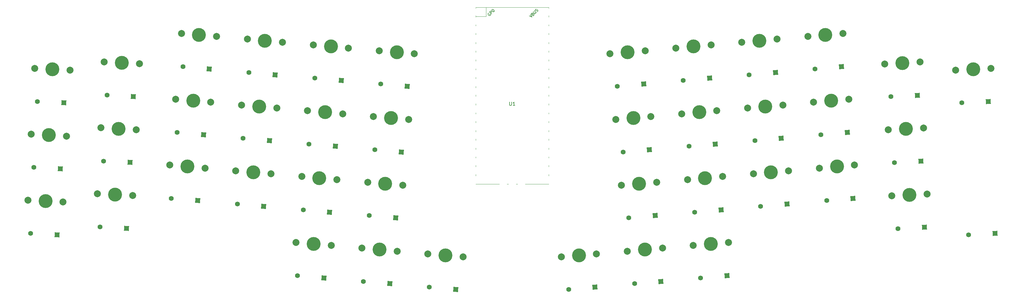
<source format=gbr>
G04 #@! TF.GenerationSoftware,KiCad,Pcbnew,8.0.3*
G04 #@! TF.CreationDate,2024-08-04T13:44:25+09:00*
G04 #@! TF.ProjectId,first_keyboard,66697273-745f-46b6-9579-626f6172642e,rev?*
G04 #@! TF.SameCoordinates,Original*
G04 #@! TF.FileFunction,Legend,Top*
G04 #@! TF.FilePolarity,Positive*
%FSLAX46Y46*%
G04 Gerber Fmt 4.6, Leading zero omitted, Abs format (unit mm)*
G04 Created by KiCad (PCBNEW 8.0.3) date 2024-08-04 13:44:25*
%MOMM*%
%LPD*%
G01*
G04 APERTURE LIST*
G04 Aperture macros list*
%AMRotRect*
0 Rectangle, with rotation*
0 The origin of the aperture is its center*
0 $1 length*
0 $2 width*
0 $3 Rotation angle, in degrees counterclockwise*
0 Add horizontal line*
21,1,$1,$2,0,0,$3*%
G04 Aperture macros list end*
%ADD10C,0.150000*%
%ADD11C,0.120000*%
%ADD12RotRect,1.397000X1.397000X185.000000*%
%ADD13C,1.397000*%
%ADD14RotRect,1.397000X1.397000X183.000000*%
%ADD15RotRect,1.397000X1.397000X177.000000*%
%ADD16RotRect,1.397000X1.397000X175.000000*%
%ADD17C,2.000000*%
%ADD18C,4.000000*%
G04 APERTURE END LIST*
D10*
X213550595Y-144711069D02*
X213550595Y-145520592D01*
X213550595Y-145520592D02*
X213598214Y-145615830D01*
X213598214Y-145615830D02*
X213645833Y-145663450D01*
X213645833Y-145663450D02*
X213741071Y-145711069D01*
X213741071Y-145711069D02*
X213931547Y-145711069D01*
X213931547Y-145711069D02*
X214026785Y-145663450D01*
X214026785Y-145663450D02*
X214074404Y-145615830D01*
X214074404Y-145615830D02*
X214122023Y-145520592D01*
X214122023Y-145520592D02*
X214122023Y-144711069D01*
X215122023Y-145711069D02*
X214550595Y-145711069D01*
X214836309Y-145711069D02*
X214836309Y-144711069D01*
X214836309Y-144711069D02*
X214741071Y-144853926D01*
X214741071Y-144853926D02*
X214645833Y-144949164D01*
X214645833Y-144949164D02*
X214550595Y-144996783D01*
X219213507Y-119826335D02*
X219967754Y-120203459D01*
X219967754Y-120203459D02*
X219590630Y-119449212D01*
X220237128Y-119341462D02*
X220344877Y-119287588D01*
X220344877Y-119287588D02*
X220398752Y-119287588D01*
X220398752Y-119287588D02*
X220479564Y-119314525D01*
X220479564Y-119314525D02*
X220560377Y-119395337D01*
X220560377Y-119395337D02*
X220587314Y-119476149D01*
X220587314Y-119476149D02*
X220587314Y-119530024D01*
X220587314Y-119530024D02*
X220560377Y-119610836D01*
X220560377Y-119610836D02*
X220344877Y-119826336D01*
X220344877Y-119826336D02*
X219779192Y-119260650D01*
X219779192Y-119260650D02*
X219967754Y-119072088D01*
X219967754Y-119072088D02*
X220048566Y-119045151D01*
X220048566Y-119045151D02*
X220102441Y-119045151D01*
X220102441Y-119045151D02*
X220183253Y-119072088D01*
X220183253Y-119072088D02*
X220237128Y-119125963D01*
X220237128Y-119125963D02*
X220264065Y-119206775D01*
X220264065Y-119206775D02*
X220264065Y-119260650D01*
X220264065Y-119260650D02*
X220237128Y-119341462D01*
X220237128Y-119341462D02*
X220048566Y-119530024D01*
X220344877Y-118694965D02*
X220802813Y-119152901D01*
X220802813Y-119152901D02*
X220883625Y-119179838D01*
X220883625Y-119179838D02*
X220937500Y-119179838D01*
X220937500Y-119179838D02*
X221018312Y-119152901D01*
X221018312Y-119152901D02*
X221126062Y-119045151D01*
X221126062Y-119045151D02*
X221152999Y-118964339D01*
X221152999Y-118964339D02*
X221152999Y-118910464D01*
X221152999Y-118910464D02*
X221126062Y-118829652D01*
X221126062Y-118829652D02*
X220668126Y-118371716D01*
X221449311Y-118668027D02*
X221557060Y-118614153D01*
X221557060Y-118614153D02*
X221691747Y-118479466D01*
X221691747Y-118479466D02*
X221718685Y-118398653D01*
X221718685Y-118398653D02*
X221718685Y-118344779D01*
X221718685Y-118344779D02*
X221691747Y-118263966D01*
X221691747Y-118263966D02*
X221637872Y-118210092D01*
X221637872Y-118210092D02*
X221557060Y-118183154D01*
X221557060Y-118183154D02*
X221503185Y-118183154D01*
X221503185Y-118183154D02*
X221422373Y-118210092D01*
X221422373Y-118210092D02*
X221287686Y-118290904D01*
X221287686Y-118290904D02*
X221206874Y-118317841D01*
X221206874Y-118317841D02*
X221152999Y-118317841D01*
X221152999Y-118317841D02*
X221072187Y-118290904D01*
X221072187Y-118290904D02*
X221018312Y-118237029D01*
X221018312Y-118237029D02*
X220991375Y-118156217D01*
X220991375Y-118156217D02*
X220991375Y-118102342D01*
X220991375Y-118102342D02*
X221018312Y-118021530D01*
X221018312Y-118021530D02*
X221152999Y-117886843D01*
X221152999Y-117886843D02*
X221260749Y-117832968D01*
X207583473Y-119060244D02*
X207502661Y-119087181D01*
X207502661Y-119087181D02*
X207421849Y-119167993D01*
X207421849Y-119167993D02*
X207367974Y-119275743D01*
X207367974Y-119275743D02*
X207367974Y-119383492D01*
X207367974Y-119383492D02*
X207394911Y-119464305D01*
X207394911Y-119464305D02*
X207475724Y-119598992D01*
X207475724Y-119598992D02*
X207556536Y-119679804D01*
X207556536Y-119679804D02*
X207691223Y-119760616D01*
X207691223Y-119760616D02*
X207772035Y-119787553D01*
X207772035Y-119787553D02*
X207879785Y-119787553D01*
X207879785Y-119787553D02*
X207987534Y-119733679D01*
X207987534Y-119733679D02*
X208041409Y-119679804D01*
X208041409Y-119679804D02*
X208095284Y-119572054D01*
X208095284Y-119572054D02*
X208095284Y-119518179D01*
X208095284Y-119518179D02*
X207906722Y-119329618D01*
X207906722Y-119329618D02*
X207798972Y-119437367D01*
X208391595Y-119329618D02*
X207825910Y-118763932D01*
X207825910Y-118763932D02*
X208041409Y-118548433D01*
X208041409Y-118548433D02*
X208122221Y-118521496D01*
X208122221Y-118521496D02*
X208176096Y-118521496D01*
X208176096Y-118521496D02*
X208256908Y-118548433D01*
X208256908Y-118548433D02*
X208337720Y-118629245D01*
X208337720Y-118629245D02*
X208364658Y-118710057D01*
X208364658Y-118710057D02*
X208364658Y-118763932D01*
X208364658Y-118763932D02*
X208337720Y-118844744D01*
X208337720Y-118844744D02*
X208122221Y-119060244D01*
X208499345Y-118090497D02*
X208553220Y-118036622D01*
X208553220Y-118036622D02*
X208634032Y-118009685D01*
X208634032Y-118009685D02*
X208687907Y-118009685D01*
X208687907Y-118009685D02*
X208768719Y-118036622D01*
X208768719Y-118036622D02*
X208903406Y-118117435D01*
X208903406Y-118117435D02*
X209038093Y-118252122D01*
X209038093Y-118252122D02*
X209118905Y-118386809D01*
X209118905Y-118386809D02*
X209145842Y-118467621D01*
X209145842Y-118467621D02*
X209145842Y-118521496D01*
X209145842Y-118521496D02*
X209118905Y-118602308D01*
X209118905Y-118602308D02*
X209065030Y-118656183D01*
X209065030Y-118656183D02*
X208984218Y-118683120D01*
X208984218Y-118683120D02*
X208930343Y-118683120D01*
X208930343Y-118683120D02*
X208849531Y-118656183D01*
X208849531Y-118656183D02*
X208714844Y-118575370D01*
X208714844Y-118575370D02*
X208580157Y-118440683D01*
X208580157Y-118440683D02*
X208499345Y-118305996D01*
X208499345Y-118305996D02*
X208472407Y-118225184D01*
X208472407Y-118225184D02*
X208472407Y-118171309D01*
X208472407Y-118171309D02*
X208499345Y-118090497D01*
D11*
X203812500Y-117375000D02*
X203812500Y-117675000D01*
X203812500Y-117375000D02*
X224812500Y-117375000D01*
X203812500Y-119775000D02*
X203812500Y-120175000D01*
X203812500Y-120042000D02*
X206819500Y-120042000D01*
X203812500Y-122375000D02*
X203812500Y-122775000D01*
X203812500Y-124875000D02*
X203812500Y-125275000D01*
X203812500Y-127475000D02*
X203812500Y-127875000D01*
X203812500Y-129975000D02*
X203812500Y-130375000D01*
X203812500Y-132475000D02*
X203812500Y-132875000D01*
X203812500Y-135075000D02*
X203812500Y-135475000D01*
X203812500Y-137575000D02*
X203812500Y-137975000D01*
X203812500Y-140175000D02*
X203812500Y-140575000D01*
X203812500Y-142675000D02*
X203812500Y-143075000D01*
X203812500Y-145175000D02*
X203812500Y-145575000D01*
X203812500Y-147775000D02*
X203812500Y-148175000D01*
X203812500Y-150275000D02*
X203812500Y-150675000D01*
X203812500Y-152875000D02*
X203812500Y-153275000D01*
X203812500Y-155375000D02*
X203812500Y-155775000D01*
X203812500Y-157975000D02*
X203812500Y-158375000D01*
X203812500Y-160475000D02*
X203812500Y-160875000D01*
X203812500Y-162975000D02*
X203812500Y-163375000D01*
X203812500Y-165575000D02*
X203812500Y-165975000D01*
X206819500Y-120042000D02*
X206819500Y-117375000D01*
X210612500Y-168375000D02*
X203812500Y-168375000D01*
X212812500Y-168375000D02*
X213212500Y-168375000D01*
X215412500Y-168375000D02*
X215812500Y-168375000D01*
X224812500Y-117375000D02*
X224812500Y-117675000D01*
X224812500Y-119775000D02*
X224812500Y-120175000D01*
X224812500Y-122375000D02*
X224812500Y-122775000D01*
X224812500Y-124875000D02*
X224812500Y-125275000D01*
X224812500Y-127475000D02*
X224812500Y-127875000D01*
X224812500Y-129975000D02*
X224812500Y-130375000D01*
X224812500Y-132475000D02*
X224812500Y-132875000D01*
X224812500Y-135075000D02*
X224812500Y-135475000D01*
X224812500Y-137575000D02*
X224812500Y-137975000D01*
X224812500Y-140175000D02*
X224812500Y-140575000D01*
X224812500Y-142675000D02*
X224812500Y-143075000D01*
X224812500Y-145175000D02*
X224812500Y-145575000D01*
X224812500Y-147775000D02*
X224812500Y-148175000D01*
X224812500Y-150275000D02*
X224812500Y-150675000D01*
X224812500Y-152875000D02*
X224812500Y-153275000D01*
X224812500Y-155375000D02*
X224812500Y-155775000D01*
X224812500Y-157975000D02*
X224812500Y-158375000D01*
X224812500Y-160475000D02*
X224812500Y-160875000D01*
X224812500Y-162975000D02*
X224812500Y-163375000D01*
X224812500Y-165575000D02*
X224812500Y-165975000D01*
X224812500Y-168375000D02*
X218012500Y-168375000D01*
D12*
X255456745Y-177472751D03*
D13*
X247865741Y-178136881D03*
D14*
X351303278Y-144569738D03*
D13*
X343693722Y-144968542D03*
D12*
X271113621Y-137857416D03*
D13*
X263522617Y-138521546D03*
D15*
X103318780Y-181161302D03*
D13*
X95709224Y-180762498D03*
D12*
X312389272Y-172491800D03*
D13*
X304798268Y-173155930D03*
D16*
X160121436Y-195454073D03*
D13*
X152530432Y-194789943D03*
D17*
X138098864Y-126597656D03*
D18*
X143159533Y-127040407D03*
D17*
X148220202Y-127483158D03*
X119121355Y-124937340D03*
D18*
X124182024Y-125380091D03*
D17*
X129242693Y-125822842D03*
D12*
X291751447Y-155174608D03*
D13*
X284160443Y-155838738D03*
D17*
X228453222Y-189396636D03*
D18*
X233513891Y-188953885D03*
D17*
X238574560Y-188511134D03*
D12*
X274434254Y-175812434D03*
D13*
X266843250Y-176476564D03*
D15*
X85306277Y-144968541D03*
D13*
X77696721Y-144569737D03*
D16*
X123826735Y-173155930D03*
D13*
X116235731Y-172491800D03*
D17*
X245770414Y-168758810D03*
D18*
X250831083Y-168316059D03*
D17*
X255891752Y-167873308D03*
D16*
X180759262Y-178136881D03*
D13*
X173168258Y-177472751D03*
D14*
X330921779Y-142777540D03*
D13*
X323312223Y-143176344D03*
D12*
X252136112Y-139517733D03*
D13*
X244545108Y-140181863D03*
D17*
X341926961Y-135523060D03*
D18*
X347000000Y-135257193D03*
D17*
X352073039Y-134991326D03*
D14*
X331918779Y-161801432D03*
D13*
X324309223Y-162200236D03*
D16*
X184079895Y-140181863D03*
D13*
X176488891Y-139517733D03*
D17*
X75929960Y-154015220D03*
D18*
X81002999Y-154281088D03*
D17*
X86076038Y-154546956D03*
D15*
X84309277Y-163992433D03*
D13*
X76699721Y-163593629D03*
D17*
X155416056Y-147235483D03*
D18*
X160476725Y-147678234D03*
D17*
X165537394Y-148120985D03*
D16*
X144464560Y-155838738D03*
D13*
X136873556Y-155174608D03*
D15*
X105312780Y-143113516D03*
D13*
X97703224Y-142714712D03*
D17*
X95936464Y-152160194D03*
D18*
X101009502Y-152426061D03*
D17*
X106082540Y-152691928D03*
X247430732Y-187736320D03*
D18*
X252491401Y-187293569D03*
D17*
X257552070Y-186850818D03*
D16*
X142804244Y-174816247D03*
D13*
X135213240Y-174152117D03*
D12*
X293411763Y-174152117D03*
D13*
X285820759Y-174816247D03*
D17*
X323539462Y-171778646D03*
D18*
X328612500Y-171512779D03*
D17*
X333685538Y-171246912D03*
X261427289Y-129143477D03*
D18*
X266487958Y-128700726D03*
D17*
X271548627Y-128257975D03*
X280404799Y-127483159D03*
D18*
X285465468Y-127040408D03*
D17*
X290526137Y-126597657D03*
X134778231Y-164552675D03*
D18*
X139838900Y-164995426D03*
D17*
X144899569Y-165438177D03*
D15*
X104315780Y-162137409D03*
D13*
X96706224Y-161738605D03*
D16*
X198076454Y-198774707D03*
D13*
X190485450Y-198110577D03*
D14*
X353297276Y-182617522D03*
D13*
X345687720Y-183016326D03*
D12*
X257117062Y-196450260D03*
D13*
X249526058Y-197114390D03*
D17*
X299382308Y-125822842D03*
D18*
X304442977Y-125380091D03*
D17*
X309503646Y-124937340D03*
X136438547Y-145575167D03*
D18*
X141499216Y-146017918D03*
D17*
X146559885Y-146460669D03*
D12*
X309068639Y-134536782D03*
D13*
X301477635Y-135200912D03*
D17*
X190050440Y-188511136D03*
D18*
X195111109Y-188953887D03*
D17*
X200171778Y-189396638D03*
D12*
X290091130Y-136197099D03*
D13*
X282500126Y-136861229D03*
D17*
X242449780Y-130803793D03*
D18*
X247510449Y-130361042D03*
D17*
X252571118Y-129918291D03*
D12*
X253796429Y-158495242D03*
D13*
X246205425Y-159159372D03*
D16*
X161781753Y-176476564D03*
D13*
X154190749Y-175812434D03*
D17*
X302702941Y-163777860D03*
D18*
X307763610Y-163335109D03*
D17*
X312824279Y-162892358D03*
X322542461Y-152754755D03*
D18*
X327615499Y-152488888D03*
D17*
X332688537Y-152223021D03*
D12*
X310728956Y-153514291D03*
D13*
X303137952Y-154178421D03*
D12*
X238139553Y-198110577D03*
D13*
X230548549Y-198774707D03*
D17*
X74932959Y-173039112D03*
D18*
X80005998Y-173304980D03*
D17*
X85079037Y-173570848D03*
D16*
X146124877Y-136861229D03*
D13*
X138533873Y-136197099D03*
D17*
X263087607Y-148120984D03*
D18*
X268148276Y-147678233D03*
D17*
X273208945Y-147235482D03*
D14*
X332915779Y-180825325D03*
D13*
X325306223Y-181224129D03*
D17*
X96933462Y-133136301D03*
D18*
X102006500Y-133402168D03*
D17*
X107079538Y-133668035D03*
X283725434Y-165438177D03*
D18*
X288786103Y-164995426D03*
D17*
X293846772Y-164552675D03*
X282065115Y-146460670D03*
D18*
X287125784Y-146017919D03*
D17*
X292186453Y-145575168D03*
D16*
X163442069Y-157499055D03*
D13*
X155851065Y-156834925D03*
D17*
X264747926Y-167098494D03*
D18*
X269808595Y-166655743D03*
D17*
X274869264Y-166212992D03*
X176053882Y-129918291D03*
D18*
X181114551Y-130361042D03*
D17*
X186175220Y-130803793D03*
X321545463Y-133730862D03*
D18*
X326618501Y-133464995D03*
D17*
X331691539Y-133199128D03*
D16*
X182419578Y-159159372D03*
D13*
X174828574Y-158495242D03*
D15*
X83312277Y-183016327D03*
D13*
X75702721Y-182617523D03*
D16*
X125487051Y-154178421D03*
D13*
X117896047Y-153514291D03*
D17*
X153755738Y-166212990D03*
D18*
X158816407Y-166655741D03*
D17*
X163877076Y-167098492D03*
X266408242Y-186076003D03*
D18*
X271468911Y-185633252D03*
D17*
X276529580Y-185190501D03*
X76926961Y-134991325D03*
D18*
X82000000Y-135257193D03*
D17*
X87073039Y-135523061D03*
X117461039Y-143914849D03*
D18*
X122521708Y-144357600D03*
D17*
X127582377Y-144800351D03*
X301042625Y-144800351D03*
D18*
X306103294Y-144357600D03*
D17*
X311163963Y-143914849D03*
X244110097Y-149781300D03*
D18*
X249170766Y-149338549D03*
D17*
X254231435Y-148895798D03*
X172733248Y-167873308D03*
D18*
X177793917Y-168316059D03*
D17*
X182854586Y-168758810D03*
D16*
X127147368Y-135200912D03*
D13*
X119556364Y-134536782D03*
D16*
X165102386Y-138521546D03*
D13*
X157511382Y-137857416D03*
D17*
X94939462Y-171184083D03*
D18*
X100012500Y-171449950D03*
D17*
X105085538Y-171715817D03*
X152095423Y-185190501D03*
D18*
X157156092Y-185633252D03*
D17*
X162216761Y-186076003D03*
X157076374Y-128257974D03*
D18*
X162137043Y-128700725D03*
D17*
X167197712Y-129143476D03*
D12*
X272773938Y-156834925D03*
D13*
X265182934Y-157499055D03*
D16*
X179098945Y-197114390D03*
D13*
X171507941Y-196450260D03*
D17*
X174393566Y-148895801D03*
D18*
X179454235Y-149338552D03*
D17*
X184514904Y-149781303D03*
D12*
X276094571Y-194789943D03*
D13*
X268503567Y-195454073D03*
D17*
X115800722Y-162892358D03*
D18*
X120861391Y-163335109D03*
D17*
X125922060Y-163777860D03*
X171072932Y-186850817D03*
D18*
X176133601Y-187293568D03*
D17*
X181194270Y-187736319D03*
M02*

</source>
